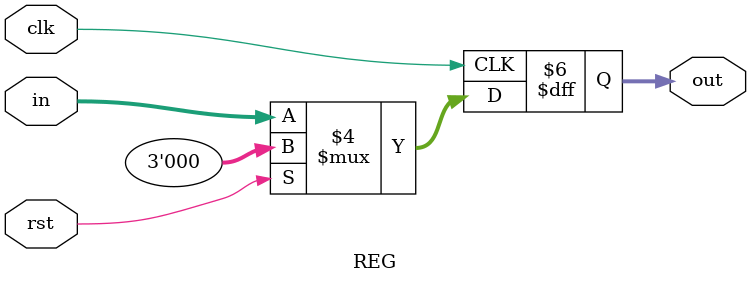
<source format=v>
module REG (clk,in,out,rst);
parameter n = 3;
input clk;
input rst;
input [n-1:0] in;
output reg [n-1:0] out;
always @(posedge clk) begin
    if (rst==1) out=0;
    else out<=in;
end


endmodule
</source>
